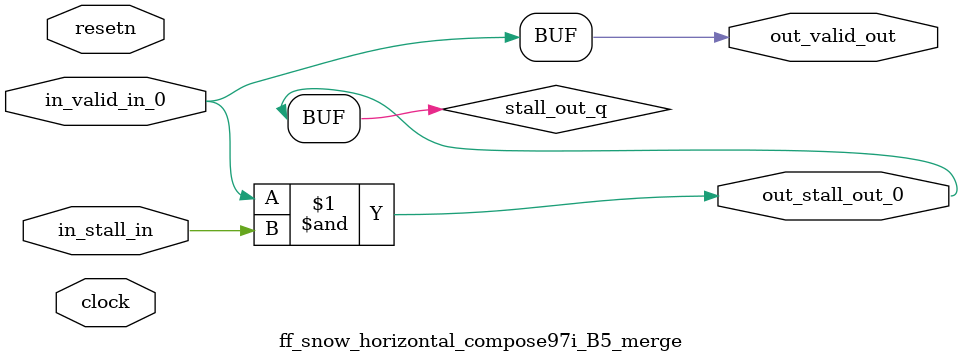
<source format=sv>



(* altera_attribute = "-name AUTO_SHIFT_REGISTER_RECOGNITION OFF; -name MESSAGE_DISABLE 10036; -name MESSAGE_DISABLE 10037; -name MESSAGE_DISABLE 14130; -name MESSAGE_DISABLE 14320; -name MESSAGE_DISABLE 15400; -name MESSAGE_DISABLE 14130; -name MESSAGE_DISABLE 10036; -name MESSAGE_DISABLE 12020; -name MESSAGE_DISABLE 12030; -name MESSAGE_DISABLE 12010; -name MESSAGE_DISABLE 12110; -name MESSAGE_DISABLE 14320; -name MESSAGE_DISABLE 13410; -name MESSAGE_DISABLE 113007; -name MESSAGE_DISABLE 10958" *)
module ff_snow_horizontal_compose97i_B5_merge (
    input wire [0:0] in_stall_in,
    input wire [0:0] in_valid_in_0,
    output wire [0:0] out_stall_out_0,
    output wire [0:0] out_valid_out,
    input wire clock,
    input wire resetn
    );

    wire [0:0] stall_out_q;


    // stall_out(LOGICAL,6)
    assign stall_out_q = in_valid_in_0 & in_stall_in;

    // out_stall_out_0(GPOUT,4)
    assign out_stall_out_0 = stall_out_q;

    // out_valid_out(GPOUT,5)
    assign out_valid_out = in_valid_in_0;

endmodule

</source>
